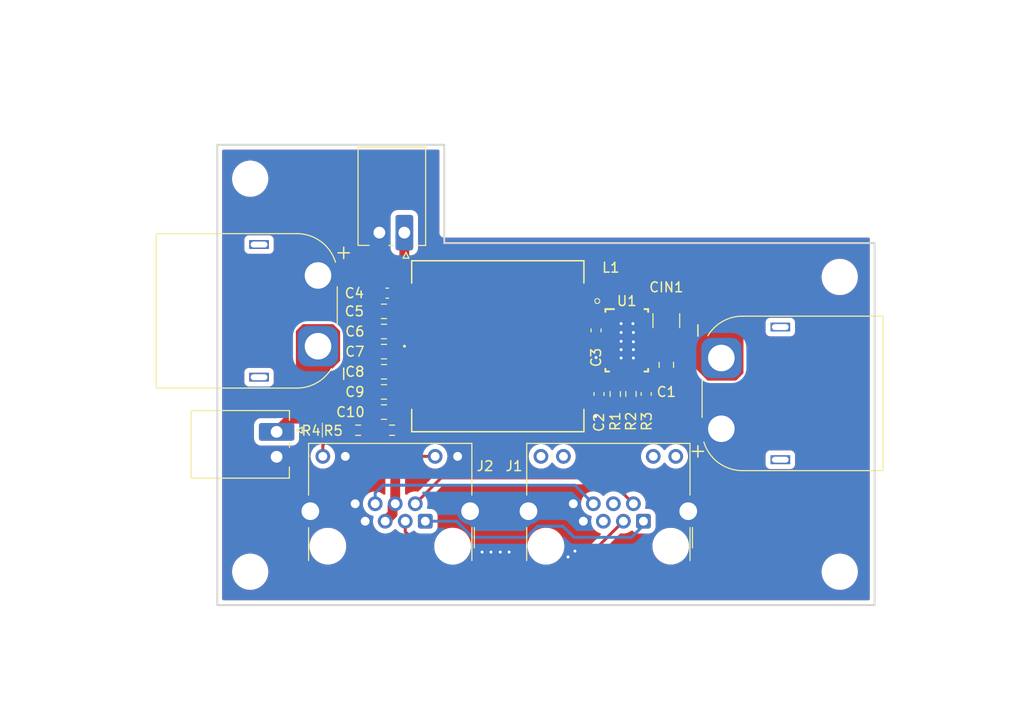
<source format=kicad_pcb>
(kicad_pcb (version 20240108) (generator "pcbnew") (generator_version "8.0")
  (layers (0 "F.Cu" signal) (31 "B.Cu" signal) (34 "B.Paste" user) (35 "F.Paste" user) (36 "B.SilkS" user "B.Silkscreen") (37 "F.SilkS" user "F.Silkscreen") (38 "B.Mask" user) (39 "F.Mask" user) (44 "Edge.Cuts" user))
  (net 0 "")
  (net 1 "GND")
  (net 2 "/VARM")
  (net 3 "Net-(U1-VCC)")
  (net 4 "Net-(C3-Pad2)")
  (net 5 "Net-(U1-CBOOT)")
  (net 6 "/24V")
  (net 8 "Net-(J1-Pad6)")
  (net 9 "Net-(J1-Pad1)")
  (net 12 "Net-(J1-Pad3)")
  (net 14 "Net-(J1-Pad2)")
  (net 17 "Net-(U1-RT)")
  (net 18 "Net-(J2-Pad12)")
  (net 19 "Net-(J2-Pad10)")
  (net 24 "Net-(U1-FB)")
  (footprint "Capacitor_SMD:C_0805_2012Metric_Pad1.18x1.45mm_HandSolder" (layer "F.Cu") (at 112.75 71.05 -90)
    (property "Reference" "C1" (at 2.75 0 180) (layer "F.SilkS"))
    (property "Value" "470n")
    (fp_line (start -0.261252 0.735) (end 0.261252 0.735) (stroke (width 0.12)) (layer "F.SilkS"))
    (fp_line (start -0.261252 -0.735) (end 0.261252 -0.735) (stroke (width 0.12)) (layer "F.SilkS"))
    (pad "1" smd roundrect (at -1.0375 0 270) (size 1.175 1.45) (layers "F.Cu" "F.Paste" "F.Mask") (roundrect_rratio 0.212766) (net 2 "/VARM"))
    (pad "2" smd roundrect (at 1.0375 0 270) (size 1.175 1.45) (layers "F.Cu" "F.Paste" "F.Mask") (roundrect_rratio 0.212766) (net 1 "GND"))
  )
  (footprint "MountingHole:MountingHole_3.2mm_M3" (layer "F.Cu") (at 70.4 92.1)
    (property "Reference" "H2" (hide yes))
    (property "Value" "MountingHole")
    (pad "" np_thru_hole circle (at 0 0) (size 3.2 3.2) (drill 3.2) (layers "*.Cu" "*.Mask"))
  )
  (footprint "Capacitor_SMD:C_0603_1608Metric_Pad1.08x0.95mm_HandSolder" (layer "F.Cu") (at 105.9 74.0125 90)
    (property "Reference" "C2" (at -2.8875 0 90) (layer "F.SilkS"))
    (property "Value" "2.2u")
    (fp_line (start -0.146267 -0.51) (end 0.146267 -0.51) (stroke (width 0.12)) (layer "F.SilkS"))
    (fp_line (start -0.146267 0.51) (end 0.146267 0.51) (stroke (width 0.12)) (layer "F.SilkS"))
    (pad "1" smd roundrect (at -0.8625 0 90) (size 1.075 0.95) (layers "F.Cu" "F.Paste" "F.Mask") (net 1 "GND"))
    (pad "2" smd roundrect (at 0.8625 0 90) (size 1.075 0.95) (layers "F.Cu" "F.Paste" "F.Mask") (net 3 "Net-(U1-VCC)"))
  )
  (footprint "Capacitor_SMD:C_0805_2012Metric_Pad1.18x1.45mm_HandSolder" (layer "F.Cu") (at 84.0125 75.85)
    (property "Reference" "C10" (at -3.4125 0 0) (layer "F.SilkS"))
    (property "Value" "22u")
    (fp_line (start -0.261252 -0.735) (end 0.261252 -0.735) (stroke (width 0.12)) (layer "F.SilkS"))
    (fp_line (start -0.261252 0.735) (end 0.261252 0.735) (stroke (width 0.12)) (layer "F.SilkS"))
    (pad "1" smd roundrect (at -1.0375 0) (size 1.175 1.45) (layers "F.Cu" "F.Paste" "F.Mask") (roundrect_rratio 0.212766) (net 1 "GND"))
    (pad "2" smd roundrect (at 1.0375 0) (size 1.175 1.45) (layers "F.Cu" "F.Paste" "F.Mask") (roundrect_rratio 0.212766) (net 6 "/24V"))
  )
  (footprint "Resistor_SMD:R_0603_1608Metric_Pad0.98x0.95mm_HandSolder" (layer "F.Cu") (at 107.55 74.0125 -90)
    (property "Reference" "R1" (at 2.7875 0 90) (layer "F.SilkS"))
    (property "Value" "96.7")
    (fp_line (start -0.254724 0.5225) (end 0.254724 0.5225) (stroke (width 0.12)) (layer "F.SilkS"))
    (fp_line (start -0.254724 -0.5225) (end 0.254724 -0.5225) (stroke (width 0.12)) (layer "F.SilkS"))
    (pad "1" smd roundrect (at -0.9125 0 270) (size 0.975 0.95) (layers "F.Cu" "F.Paste" "F.Mask") (net 17 "Net-(U1-RT)"))
    (pad "2" smd roundrect (at 0.9125 0 270) (size 0.975 0.95) (layers "F.Cu" "F.Paste" "F.Mask") (net 1 "GND"))
  )
  (footprint "Connector_RJ:RJ45_Connfly_DS1128-09-S8xx-S_Horizontal" (layer "F.Cu") (at 88.22 86.96 180)
    (property "Reference" "J2" (at -6.08 5.61 0) (layer "F.SilkS"))
    (property "Value" "RJ45_LED_Shielded")
    (fp_line (start 11.88 7.92) (end -4.74 7.92) (stroke (width 0.12)) (layer "F.SilkS"))
    (fp_line (start 11.88 2.66) (end 11.88 7.92) (stroke (width 0.12)) (layer "F.SilkS"))
    (fp_line (start 11.88 -4) (end 11.88 -0.65) (stroke (width 0.12)) (layer "F.SilkS"))
    (fp_line (start -4.74 7.92) (end -4.74 2.66) (stroke (width 0.12)) (layer "F.SilkS"))
    (fp_line (start -4.74 -0.64) (end -4.74 -4) (stroke (width 0.12)) (layer "F.SilkS"))
    (fp_line (start -4.99 -0.64) (end -4.99 -2.71) (stroke (width 0.12)) (layer "F.SilkS"))
    (pad "" np_thru_hole circle (at -2.78 -2.54) (size 3.25 3.25) (drill 3.25) (layers "F&B.Cu" "*.Mask"))
    (pad "" np_thru_hole circle (at 9.92 -2.54) (size 3.25 3.25) (drill 3.25) (layers "F&B.Cu" "*.Mask"))
    (pad "1" thru_hole roundrect (at 0 0) (size 1.5 1.5) (drill 0.9) (layers "*.Cu" "*.Mask") (roundrect_rratio 0.1666666667) (net 9 "Net-(J1-Pad1)"))
    (pad "2" thru_hole circle (at 1.02 1.78) (size 1.5 1.5) (drill 0.9) (layers "*.Cu" "*.Mask") (net 14 "Net-(J1-Pad2)"))
    (pad "3" thru_hole circle (at 2.04 0) (size 1.5 1.5) (drill 0.9) (layers "*.Cu" "*.Mask") (net 12 "Net-(J1-Pad3)"))
    (pad "4" thru_hole circle (at 3.06 1.78) (size 1.5 1.5) (drill 0.9) (layers "*.Cu" "*.Mask") (net 6 "/24V"))
    (pad "5" thru_hole circle (at 4.08 0) (size 1.5 1.5) (drill 0.9) (layers "*.Cu" "*.Mask") (net 6 "/24V"))
    (pad "6" thru_hole circle (at 5.1 1.78) (size 1.5 1.5) (drill 0.9) (layers "*.Cu" "*.Mask") (net 8 "Net-(J1-Pad6)"))
    (pad "7" thru_hole circle (at 6.12 0) (size 1.5 1.5) (drill 0.9) (layers "*.Cu" "*.Mask") (net 1 "GND"))
    (pad "8" thru_hole circle (at 7.14 1.78) (size 1.5 1.5) (drill 0.9) (layers "*.Cu" "*.Mask") (net 1 "GND"))
    (pad "9" thru_hole circle (at -3.29 6.6) (size 1.5 1.5) (drill 0.9) (layers "*.Cu" "*.Mask") (net 1 "GND"))
    (pad "10" thru_hole circle (at -1 6.6) (size 1.5 1.5) (drill 0.9) (layers "*.Cu" "*.Mask") (net 19 "Net-(J2-Pad10)"))
    (pad "11" thru_hole circle (at 8.14 6.6) (size 1.5 1.5) (drill 0.9) (layers "*.Cu" "*.Mask") (net 1 "GND"))
    (pad "12" thru_hole circle (at 10.43 6.6) (size 1.5 1.5) (drill 0.9) (layers "*.Cu" "*.Mask") (net 18 "Net-(J2-Pad12)"))
    (pad "SH" thru_hole circle (at -4.56 1.02) (size 2.7 2.7) (drill 1.8) (layers "*.Cu" "*.Mask") (net 1 "GND"))
    (pad "SH" thru_hole circle (at 11.7 1.02) (size 2.7 2.7) (drill 1.8) (layers "*.Cu" "*.Mask") (net 1 "GND"))
  )
  (footprint "Resistor_SMD:R_0603_1608Metric_Pad0.98x0.95mm_HandSolder" (layer "F.Cu") (at 84.8375 77.7 180)
    (property "Reference" "R5" (at 5.9875 -0.05 0) (layer "F.SilkS"))
    (property "Value" "10k")
    (fp_line (start -0.254724 0.5225) (end 0.254724 0.5225) (stroke (width 0.12)) (layer "F.SilkS"))
    (fp_line (start -0.254724 -0.5225) (end 0.254724 -0.5225) (stroke (width 0.12)) (layer "F.SilkS"))
    (pad "1" smd roundrect (at -0.9125 0 180) (size 0.975 0.95) (layers "F.Cu" "F.Paste" "F.Mask") (net 19 "Net-(J2-Pad10)"))
    (pad "2" smd roundrect (at 0.9125 0 180) (size 0.975 0.95) (layers "F.Cu" "F.Paste" "F.Mask") (net 6 "/24V"))
  )
  (footprint "SJSU_common:Pluggable_Terminal_2.54mm_2P_Horizontal" (layer "F.Cu") (at 84.255 62.8875 180)
    (property "Reference" "J4" (hide yes))
    (property "Value" "Conn_01x02_Pin")
    (fp_line (start 2.88 14) (end 2.88 4) (stroke (width 0.12)) (layer "F.SilkS"))
    (fp_line (start 2.88 4) (end 1.75 4) (stroke (width 0.12)) (layer "F.SilkS"))
    (fp_line (start -0.745 3.99) (end -0.255 3.99) (stroke (width 0.12)) (layer "F.SilkS"))
    (fp_line (start -1.7 2.7) (end -2 3.3) (stroke (width 0.12)) (layer "F.SilkS"))
    (fp_line (start -2 3.3) (end -2.3 2.7) (stroke (width 0.12)) (layer "F.SilkS"))
    (fp_line (start -2.3 2.7) (end -1.7 2.7) (stroke (width 0.12)) (layer "F.SilkS"))
    (fp_line (start -4 14) (end 2.88 14) (stroke (width 0.12)) (layer "F.SilkS"))
    (fp_line (start -4 4) (end -4 14) (stroke (width 0.12)) (layer "F.SilkS"))
    (fp_line (start -4 3.99) (end -3 3.99) (stroke (width 0.12)) (layer "F.SilkS"))
    (pad "1" thru_hole roundrect (at -1.83 5.3 180) (size 1.8 3.6) (drill 1.2) (layers "*.Cu" "*.Mask") (roundrect_rratio 0.138889) (net 6 "/24V"))
    (pad "2" thru_hole oval (at 0.71 5.3 180) (size 1.8 3.6) (drill 1.2) (layers "*.Cu" "*.Mask") (net 1 "GND"))
  )
  (footprint "Capacitor_SMD:C_0805_2012Metric_Pad1.18x1.45mm_HandSolder" (layer "F.Cu") (at 84.0125 67.65)
    (property "Reference" "C6" (at -2.9625 0 0) (layer "F.SilkS"))
    (property "Value" "22u")
    (fp_line (start -0.261252 -0.735) (end 0.261252 -0.735) (stroke (width 0.12)) (layer "F.SilkS"))
    (fp_line (start -0.261252 0.735) (end 0.261252 0.735) (stroke (width 0.12)) (layer "F.SilkS"))
    (pad "1" smd roundrect (at -1.0375 0) (size 1.175 1.45) (layers "F.Cu" "F.Paste" "F.Mask") (roundrect_rratio 0.212766) (net 1 "GND"))
    (pad "2" smd roundrect (at 1.0375 0) (size 1.175 1.45) (layers "F.Cu" "F.Paste" "F.Mask") (roundrect_rratio 0.212766) (net 6 "/24V"))
  )
  (footprint "SJSU_common:Pluggable_Terminal_2.54mm_2P_Horizontal" (layer "F.Cu") (at 78.3875 79.695 -90)
    (property "Reference" "J3" (hide yes))
    (property "Value" "Conn_01x02_Pin")
    (fp_line (start -4 14) (end 2.88 14) (stroke (width 0.12)) (layer "F.SilkS"))
    (fp_line (start 2.88 14) (end 2.88 4) (stroke (width 0.12)) (layer "F.SilkS"))
    (fp_line (start -4 4) (end -4 14) (stroke (width 0.12)) (layer "F.SilkS"))
    (fp_line (start 2.88 4) (end 1.75 4) (stroke (width 0.12)) (layer "F.SilkS"))
    (fp_line (start -4 3.99) (end -3 3.99) (stroke (width 0.12)) (layer "F.SilkS"))
    (fp_line (start -0.745 3.99) (end -0.255 3.99) (stroke (width 0.12)) (layer "F.SilkS"))
    (fp_line (start -2 3.3) (end -2.3 2.7) (stroke (width 0.12)) (layer "F.SilkS"))
    (fp_line (start -2.3 2.7) (end -1.7 2.7) (stroke (width 0.12)) (layer "F.SilkS"))
    (fp_line (start -1.7 2.7) (end -2 3.3) (stroke (width 0.12)) (layer "F.SilkS"))
    (pad "1" thru_hole roundrect (at -1.83 5.3 270) (size 1.8 3.6) (drill 1.2) (layers "*.Cu" "*.Mask") (roundrect_rratio 0.138889) (net 6 "/24V"))
    (pad "2" thru_hole oval (at 0.71 5.3 270) (size 1.8 3.6) (drill 1.2) (layers "*.Cu" "*.Mask") (net 1 "GND"))
  )
  (footprint "Capacitor_SMD:C_0603_1608Metric" (layer "F.Cu") (at 84.35 63.75)
    (property "Reference" "C4" (at -3.35 0 0) (layer "F.SilkS"))
    (property "Value" "470n")
    (fp_line (start -0.14058 -0.51) (end 0.14058 -0.51) (stroke (width 0.12)) (layer "F.SilkS"))
    (fp_line (start -0.14058 0.51) (end 0.14058 0.51) (stroke (width 0.12)) (layer "F.SilkS"))
    (pad "1" smd roundrect (at -0.775 0) (size 0.9 0.95) (layers "F.Cu" "F.Paste" "F.Mask") (net 1 "GND"))
    (pad "2" smd roundrect (at 0.775 0) (size 0.9 0.95) (layers "F.Cu" "F.Paste" "F.Mask") (net 6 "/24V"))
  )
  (footprint "inducfootprints:IND_IHLP-6767DZ_VIS" (layer "F.Cu") (at 95.6 69.15)
    (property "Reference" "L1" (at 11.5 -8 0) (layer "F.SilkS"))
    (property "Value" "47u")
    (fp_line (start -8.763 -8.6995) (end -8.763 -6.42874) (stroke (width 0.1524)) (layer "F.SilkS"))
    (fp_line (start -8.763 6.42874) (end -8.763 8.6995) (stroke (width 0.1524)) (layer "F.SilkS"))
    (fp_line (start -8.763 8.6995) (end 8.763 8.6995) (stroke (width 0.1524)) (layer "F.SilkS"))
    (fp_line (start 8.763 -8.6995) (end -8.763 -8.6995) (stroke (width 0.1524)) (layer "F.SilkS"))
    (fp_line (start 8.763 -6.42874) (end 8.763 -8.6995) (stroke (width 0.1524)) (layer "F.SilkS"))
    (fp_line (start 8.763 8.6995) (end 8.763 6.42874) (stroke (width 0.1524)) (layer "F.SilkS"))
    (fp_circle (center -9.5 0) (end -9.4238 0) (stroke (width 0.1524)) (fill none) (layer "F.SilkS"))
    (pad "1" smd rect (at -7.2771 0 90) (size 12.192 3.0226) (layers "F.Cu" "F.Paste" "F.Mask") (net 6 "/24V"))
    (pad "2" smd rect (at 7.2771 0 90) (size 12.192 3.0226) (layers "F.Cu" "F.Paste" "F.Mask") (net 4 "Net-(C3-Pad2)"))
    (zone (net 0) (net_name "") (layer "F.Cu") (connect_pads (clearance 0)) (min_thickness 0.254)
      (keepout (tracks not_allowed) (vias not_allowed) (pads allowed) (copperpour not_allowed) (footprints allowed))
      (fill (thermal_gap 0.508) (thermal_bridge_width 0.508))
      (polygon (pts (xy 87.0148 60.6283) (xy 104.1852 60.6283) (xy 104.1852 63.0032) (xy 87.0148 63.0032)))
    )
    (zone (net 0) (net_name "") (layer "F.Cu") (connect_pads (clearance 0)) (min_thickness 0.254)
      (keepout (tracks not_allowed) (vias not_allowed) (pads allowed) (copperpour not_allowed) (footprints allowed))
      (fill (thermal_gap 0.508) (thermal_bridge_width 0.508))
      (polygon (pts (xy 87.0148 75.2968) (xy 104.1852 75.2968) (xy 104.1852 77.6717) (xy 87.0148 77.6717)))
    )
    (zone (net 0) (net_name "") (layer "F.Cu") (connect_pads (clearance 0)) (min_thickness 0.254)
      (keepout (tracks not_allowed) (vias not_allowed) (pads allowed) (copperpour not_allowed) (footprints allowed))
      (fill (thermal_gap 0.508) (thermal_bridge_width 0.508))
      (polygon (pts (xy 89.885 63.0032) (xy 101.315 63.0032) (xy 101.315 75.2968) (xy 89.885 75.2968)))
    )
  )
  (footprint "Resistor_SMD:R_0603_1608Metric_Pad0.98x0.95mm_HandSolder" (layer "F.Cu") (at 81.3875 77.7 180)
    (property "Reference" "R4" (at 4.7875 -0.05 0) (layer "F.SilkS"))
    (property "Value" "10k")
    (fp_line (start -0.254724 0.5225) (end 0.254724 0.5225) (stroke (width 0.12)) (layer "F.SilkS"))
    (fp_line (start -0.254724 -0.5225) (end 0.254724 -0.5225) (stroke (width 0.12)) (layer "F.SilkS"))
    (pad "1" smd roundrect (at -0.9125 0 180) (size 0.975 0.95) (layers "F.Cu" "F.Paste" "F.Mask") (net 6 "/24V"))
    (pad "2" smd roundrect (at 0.9125 0 180) (size 0.975 0.95) (layers "F.Cu" "F.Paste" "F.Mask") (net 18 "Net-(J2-Pad12)"))
  )
  (footprint "Capacitor_SMD:C_0805_2012Metric_Pad1.18x1.45mm_HandSolder" (layer "F.Cu") (at 84.0125 71.75)
    (property "Reference" "C8" (at -2.9625 0 0) (layer "F.SilkS"))
    (property "Value" "22u")
    (fp_line (start -0.261252 -0.735) (end 0.261252 -0.735) (stroke (width 0.12)) (layer "F.SilkS"))
    (fp_line (start -0.261252 0.735) (end 0.261252 0.735) (stroke (width 0.12)) (layer "F.SilkS"))
    (pad "1" smd roundrect (at -1.0375 0) (size 1.175 1.45) (layers "F.Cu" "F.Paste" "F.Mask") (roundrect_rratio 0.212766) (net 1 "GND"))
    (pad "2" smd roundrect (at 1.0375 0) (size 1.175 1.45) (layers "F.Cu" "F.Paste" "F.Mask") (roundrect_rratio 0.212766) (net 6 "/24V"))
  )
  (footprint "footprints:RNP0030A" (layer "F.Cu") (at 108.7246 68.55)
    (property "Reference" "U1" (at 0 -4 0) (layer "F.SilkS"))
    (property "Value" "LM76005RNPR")
    (fp_line (start -2.174999 -3.175) (end -1.3 -3.175) (stroke (width 0.2)) (layer "F.SilkS"))
    (fp_line (start -2.174999 -2.899999) (end -2.174999 -3.175) (stroke (width 0.2)) (layer "F.SilkS"))
    (fp_line (start -2.174999 3.175) (end -2.174999 2.899999) (stroke (width 0.2)) (layer "F.SilkS"))
    (fp_line (start -2.174999 3.175) (end -1.799999 3.175) (stroke (width 0.2)) (layer "F.SilkS"))
    (fp_line (start 1.799999 -3.175) (end 2.174999 -3.175) (stroke (width 0.2)) (layer "F.SilkS"))
    (fp_line (start 1.799999 3.175) (end 2.174999 3.175) (stroke (width 0.2)) (layer "F.SilkS"))
    (fp_line (start 2.174999 -2.899999) (end 2.174999 -3.175) (stroke (width 0.2)) (layer "F.SilkS"))
    (fp_line (start 2.174999 3.175) (end 2.174999 2.899999) (stroke (width 0.2)) (layer "F.SilkS"))
    (fp_circle (center -3 -4) (end -2.75 -4) (stroke (width 0.1)) (fill none) (layer "F.SilkS"))
    (pad "1" smd rect (at -1.825 -2.5 90) (size 0.249999 0.750001) (layers "F.Cu" "F.Paste" "F.Mask") (net 4 "Net-(C3-Pad2)"))
    (pad "2" smd rect (at -1.825 -2.000001 90) (size 0.249999 0.750001) (layers "F.Cu" "F.Paste" "F.Mask") (net 4 "Net-(C3-Pad2)"))
    (pad "3" smd rect (at -1.825 -1.5 90) (size 0.249999 0.750001) (layers "F.Cu" "F.Paste" "F.Mask") (net 4 "Net-(C3-Pad2)"))
    (pad "4" smd rect (at -1.825 -1.000001 90) (size 0.249999 0.750001) (layers "F.Cu" "F.Paste" "F.Mask") (net 4 "Net-(C3-Pad2)"))
    (pad "5" smd rect (at -1.825 -0.499999 90) (size 0.249999 0.750001) (layers "F.Cu" "F.Paste" "F.Mask") (net 4 "Net-(C3-Pad2)"))
    (pad "6" smd rect (at -1.825 0 90) (size 0.249999 0.750001) (layers "F.Cu" "F.Paste" "F.Mask") (net 5 "Net-(U1-CBOOT)"))
    (pad "7" smd rect (at -1.825 0.499999 90) (size 0.249999 0.750001) (layers "F.Cu" "F.Paste" "F.Mask"))
    (pad "8" smd rect (at -1.825 1.000001 90) (size 0.249999 0.750001) (layers "F.Cu" "F.Paste" "F.Mask") (net 3 "Net-(U1-VCC)"))
    (pad "9" smd rect (at -1.825 1.5 90) (size 0.249999 0.750001) (layers "F.Cu" "F.Paste" "F.Mask") (net 1 "GND"))
    (pad "10" smd rect (at -1.825 2.000001 90) (size 0.249999 0.750001) (layers "F.Cu" "F.Paste" "F.Mask") (net 17 "Net-(U1-RT)"))
    (pad "11" smd rect (at -1.825 2.5 90) (size 0.249999 0.750001) (layers "F.Cu" "F.Paste" "F.Mask"))
    (pad "12" smd rect (at -0.750001 2.899999) (size 0.249999 0.599999) (layers "F.Cu" "F.Paste" "F.Mask") (net 24 "Net-(U1-FB)"))
    (pad "13" smd rect (at -0.250002 2.899999) (size 0.249999 0.599999) (layers "F.Cu" "F.Paste" "F.Mask") (net 1 "GND"))
    (pad "14" smd rect (at 0.25 2.899999) (size 0.249999 0.599999) (layers "F.Cu" "F.Paste" "F.Mask") (net 1 "GND"))
    (pad "15" smd rect (at 0.749998 2.899999) (size 0.249999 0.599999) (layers "F.Cu" "F.Paste" "F.Mask") (net 1 "GND"))
    (pad "16" smd rect (at 1.825 2.5 90) (size 0.249999 0.750001) (layers "F.Cu" "F.Paste" "F.Mask"))
    (pad "17" smd rect (at 1.825 2.000001 90) (size 0.249999 0.750001) (layers "F.Cu" "F.Paste" "F.Mask") (net 1 "GND"))
    (pad "18" smd rect (at 1.825 1.5 90) (size 0.249999 0.750001) (layers "F.Cu" "F.Paste" "F.Mask") (net 2 "/VARM"))
    (pad "19" smd rect (at 1.825 1.000001 90) (size 0.249999 0.750001) (layers "F.Cu" "F.Paste" "F.Mask"))
    (pad "20" smd rect (at 1.825 0.499999 90) (size 0.249999 0.750001) (layers "F.Cu" "F.Paste" "F.Mask") (net 2 "/VARM"))
    (pad "21" smd rect (at 1.825 0 90) (size 0.249999 0.750001) (layers "F.Cu" "F.Paste" "F.Mask") (net 2 "/VARM"))
    (pad "22" smd rect (at 1.825 -0.499999 90) (size 0.249999 0.750001) (layers "F.Cu" "F.Paste" "F.Mask") (net 2 "/VARM"))
    (pad "23" smd rect (at 1.825 -1.000001 90) (size 0.249999 0.750001) (layers "F.Cu" "F.Paste" "F.Mask"))
    (pad "24" smd rect (at 1.825 -1.5 90) (size 0.249999 0.750001) (layers "F.Cu" "F.Paste" "F.Mask") (net 1 "GND"))
    (pad "25" smd rect (at 1.825 -2.000001 90) (size 0.249999 0.750001) (layers "F.Cu" "F.Paste" "F.Mask") (net 1 "GND"))
    (pad "26" smd rect (at 1.825 -2.5 90) (size 0.249999 0.750001) (layers "F.Cu" "F.Paste" "F.Mask") (net 1 "GND"))
    (pad "27" smd rect (at 0.749998 -2.899999) (size 0.249999 0.599999) (layers "F.Cu" "F.Paste" "F.Mask"))
    (pad "28" smd rect (at 0.25 -2.899999) (size 0.249999 0.599999) (layers "F.Cu" "F.Paste" "F.Mask"))
    (pad "29" smd rect (at -0.250002 -2.899999) (size 0.249999 0.599999) (layers "F.Cu" "F.Paste" "F.Mask"))
    (pad "30" smd rect (at -0.750001 -2.899999) (size 0.249999 0.599999) (layers "F.Cu" "F.Paste" "F.Mask"))
    (pad "31" smd rect (at 0.0254 0) (size 2.200001 4.600001) (layers "F.Cu" "F.Mask") (net 1 "GND"))
  )
  (footprint "Capacitor_SMD:C_0603_1608Metric_Pad1.08x0.95mm_HandSolder" (layer "F.Cu") (at 110.7 74.0125 -90)
    (property "Reference" "R3" (at 2.7875 -0.05 90) (layer "F.SilkS"))
    (property "Value" "4.32k")
    (fp_line (start -0.146267 0.51) (end 0.146267 0.51) (stroke (width 0.12)) (layer "F.SilkS"))
    (fp_line (start -0.146267 -0.51) (end 0.146267 -0.51) (stroke (width 0.12)) (layer "F.SilkS"))
    (pad "1" smd roundrect (at -0.8625 0 270) (size 1.075 0.95) (layers "F.Cu" "F.Paste" "F.Mask") (net 24 "Net-(U1-FB)"))
    (pad "2" smd roundrect (at 0.8625 0 270) (size 1.075 0.95) (layers "F.Cu" "F.Paste" "F.Mask") (net 1 "GND"))
  )
  (footprint "Capacitor_SMD:C_0805_2012Metric_Pad1.18x1.45mm_HandSolder" (layer "F.Cu") (at 84.0125 69.7)
    (property "Reference" "C7" (at -2.9625 0 0) (layer "F.SilkS"))
    (property "Value" "22u")
    (fp_line (start -0.261252 -0.735) (end 0.261252 -0.735) (stroke (width 0.12)) (layer "F.SilkS"))
    (fp_line (start -0.261252 0.735) (end 0.261252 0.735) (stroke (width 0.12)) (layer "F.SilkS"))
    (pad "1" smd roundrect (at -1.0375 0) (size 1.175 1.45) (layers "F.Cu" "F.Paste" "F.Mask") (roundrect_rratio 0.212766) (net 1 "GND"))
    (pad "2" smd roundrect (at 1.0375 0) (size 1.175 1.45) (layers "F.Cu" "F.Paste" "F.Mask") (roundrect_rratio 0.212766) (net 6 "/24V"))
  )
  (footprint "Connector_AMASS:AMASS_XT60PW-M_1x02_P7.20mm_Horizontal" (layer "F.Cu") (at 77.3 69.15 90)
    (property "Reference" "J5" (hide yes))
    (property "Value" "Conn_01x02_Pin")
    (fp_line (start 11.46 -16.46) (end 11.46 -2.15) (stroke (width 0.12)) (layer "F.SilkS"))
    (fp_line (start -4.26 -16.46) (end 11.46 -16.46) (stroke (width 0.12)) (layer "F.SilkS"))
    (fp_line (start -4.26 -16.46) (end -4.26 -2.15) (stroke (width 0.12)) (layer "F.SilkS"))
    (fp_line (start 2.31 1.96) (end 6.05 1.96) (stroke (width 0.12)) (layer "F.SilkS"))
    (fp_arc (start 11.46 -2.15) (mid 10.653852 0.294722) (end 8.551648 1.780413) (stroke (width 0.12)) (layer "F.SilkS"))
    (fp_arc (start -2.266806 1.372958) (mid -3.727162 -0.126139) (end -4.26 -2.15) (stroke (width 0.12)) (layer "F.SilkS"))
    (fp_text user "-" (at -2.8 2.5 90) (layer "F.SilkS") (effects (font (size 1.5 1.5))))
    (fp_text user "+" (at 9.5 2.5 90) (layer "F.SilkS") (effects (font (size 1.5 1.5))))
    (pad "" thru_hole rect (at -3.15 -6 90) (size 0.9 2) (drill oval 0.6 1.7) (layers "*.Cu" "*.Mask"))
    (pad "" thru_hole rect (at 10.35 -6 90) (size 0.9 2) (drill oval 0.6 1.7) (layers "*.Cu" "*.Mask"))
    (pad "1" thru_hole roundrect (at 0 0 90) (size 4.1 4.1) (drill 2.7) (layers "*.Cu" "*.Mask") (net 6 "/24V"))
    (pad "2" thru_hole circle (at 7.2 0 90) (size 4.1 4.1) (drill 2.7) (layers "*.Cu" "*.Mask") (net 1 "GND"))
  )
  (footprint "Capacitor_SMD:C_0805_2012Metric_Pad1.18x1.45mm_HandSolder" (layer "F.Cu") (at 84.0125 73.8)
    (property "Reference" "C9" (at -2.9625 0 0) (layer "F.SilkS"))
    (property "Value" "22u")
    (fp_line (start -0.261252 -0.735) (end 0.261252 -0.735) (stroke (width 0.12)) (layer "F.SilkS"))
    (fp_line (start -0.261252 0.735) (end 0.261252 0.735) (stroke (width 0.12)) (layer "F.SilkS"))
    (pad "1" smd roundrect (at -1.0375 0) (size 1.175 1.45) (layers "F.Cu" "F.Paste" "F.Mask") (roundrect_rratio 0.212766) (net 1 "GND"))
    (pad "2" smd roundrect (at 1.0375 0) (size 1.175 1.45) (layers "F.Cu" "F.Paste" "F.Mask") (roundrect_rratio 0.212766) (net 6 "/24V"))
  )
  (footprint "Connector_AMASS:AMASS_XT60PW-M_1x02_P7.20mm_Horizontal" (layer "F.Cu") (at 118.35 70.35 -90)
    (property "Reference" "J6" (hide yes))
    (property "Value" "Conn_01x02_Pin")
    (fp_line (start 2.31 1.96) (end 6.05 1.96) (stroke (width 0.12)) (layer "F.SilkS"))
    (fp_line (start -4.26 -16.46) (end -4.26 -2.15) (stroke (width 0.12)) (layer "F.SilkS"))
    (fp_line (start -4.26 -16.46) (end 11.46 -16.46) (stroke (width 0.12)) (layer "F.SilkS"))
    (fp_line (start 11.46 -16.46) (end 11.46 -2.15) (stroke (width 0.12)) (layer "F.SilkS"))
    (fp_arc (start -2.266806 1.372958) (mid -3.727162 -0.126139) (end -4.26 -2.15) (stroke (width 0.12)) (layer "F.SilkS"))
    (fp_arc (start 11.46 -2.15) (mid 10.653852 0.294722) (end 8.551648 1.780413) (stroke (width 0.12)) (layer "F.SilkS"))
    (fp_text user "+" (at 9.5 2.5 90) (layer "F.SilkS") (effects (font (size 1.5 1.5))))
    (fp_text user "-" (at -2.8 2.5 90) (layer "F.SilkS") (effects (font (size 1.5 1.5))))
    (pad "" thru_hole rect (at -3.15 -6 270) (size 0.9 2) (drill oval 0.6 1.7) (layers "*.Cu" "*.Mask"))
    (pad "" thru_hole rect (at 10.35 -6 270) (size 0.9 2) (drill oval 0.6 1.7) (layers "*.Cu" "*.Mask"))
    (pad "1" thru_hole roundrect (at 0 0 270) (size 4.1 4.1) (drill 2.7) (layers "*.Cu" "*.Mask") (net 2 "/VARM"))
    (pad "2" thru_hole circle (at 7.2 0 270) (size 4.1 4.1) (drill 2.7) (layers "*.Cu" "*.Mask") (net 1 "GND"))
  )
  (footprint "Connector_RJ:RJ45_Connfly_DS1128-09-S8xx-S_Horizontal" (layer "F.Cu") (at 110.42 86.96 180)
    (property "Reference" "J1" (at 13.17 5.61 180) (layer "F.SilkS"))
    (property "Value" "RJ45_LED_Shielded")
    (fp_line (start 11.88 7.92) (end -4.74 7.92) (stroke (width 0.12)) (layer "F.SilkS"))
    (fp_line (start 11.88 2.66) (end 11.88 7.92) (stroke (width 0.12)) (layer "F.SilkS"))
    (fp_line (start 11.88 -4) (end 11.88 -0.65) (stroke (width 0.12)) (layer "F.SilkS"))
    (fp_line (start -4.74 7.92) (end -4.74 2.66) (stroke (width 0.12)) (layer "F.SilkS"))
    (fp_line (start -4.74 -0.64) (end -4.74 -4) (stroke (width 0.12)) (layer "F.SilkS"))
    (fp_line (start -4.99 -0.64) (end -4.99 -2.71) (stroke (width 0.12)) (layer "F.SilkS"))
    (pad "" np_thru_hole circle (at -2.78 -2.54) (size 3.25 3.25) (drill 3.25) (layers "F&B.Cu" "*.Mask"))
    (pad "" np_thru_hole circle (at 9.92 -2.54) (size 3.25 3.25) (drill 3.25) (layers "F&B.Cu" "*.Mask"))
    (pad "1" thru_hole roundrect (at 0 0) (size 1.5 1.5) (drill 0.9) (layers "*.Cu" "*.Mask") (roundrect_rratio 0.1666666667) (net 9 "Net-(J1-Pad1)"))
    (pad "2" thru_hole circle (at 1.02 1.78) (size 1.5 1.5) (drill 0.9) (layers "*.Cu" "*.Mask") (net 14 "Net-(J1-Pad2)"))
    (pad "3" thru_hole circle (at 2.04 0) (size 1.5 1.5) (drill 0.9) (layers "*.Cu" "*.Mask") (net 12 "Net-(J1-Pad3)"))
    (pad "4" thru_hole circle (at 3.06 1.78) (size 1.5 1.5) (drill 0.9) (layers "*.Cu" "*.Mask"))
    (pad "5" thru_hole circle (at 4.08 0) (size 1.5 1.5) (drill 0.9) (layers "*.Cu" "*.Mask"))
    (pad "6" thru_hole circle (at 5.1 1.78) (size 1.5 1.5) (drill 0.9) (layers "*.Cu" "*.Mask") (net 8 "Net-(J1-Pad6)"))
    (pad "7" thru_hole circle (at 6.12 0) (size 1.5 1.5) (drill 0.9) (layers "*.Cu" "*.Mask") (net 1 "GND"))
    (pad "8" thru_hole circle (at 7.14 1.78) (size 1.5 1.5) (drill 0.9) (layers "*.Cu" "*.Mask") (net 1 "GND"))
    (pad "9" thru_hole circle (at -3.29 6.6) (size 1.5 1.5) (drill 0.9) (layers "*.Cu" "*.Mask"))
    (pad "10" thru_hole circle (at -1 6.6) (size 1.5 1.5) (drill 0.9) (layers "*.Cu" "*.Mask"))
    (pad "11" thru_hole circle (at 8.14 6.6) (size 1.5 1.5) (drill 0.9) (layers "*.Cu" "*.Mask"))
    (pad "12" thru_hole circle (at 10.43 6.6) (size 1.5 1.5) (drill 0.9) (layers "*.Cu" "*.Mask"))
    (pad "SH" thru_hole circle (at -4.56 1.02) (size 2.7 2.7) (drill 1.8) (layers "*.Cu" "*.Mask") (net 1 "GND"))
    (pad "SH" thru_hole circle (at 11.7 1.02) (size 2.7 2.7) (drill 1.8) (layers "*.Cu" "*.Mask") (net 1 "GND"))
  )
  (footprint "Capacitor_SMD:C_0603_1608Metric_Pad1.08x0.95mm_HandSolder" (layer "F.Cu") (at 105.6 67.5375 90)
    (property "Reference" "C3" (at -2.7625 0 90) (layer "F.SilkS"))
    (property "Value" "470n")
    (fp_line (start -0.146267 -0.51) (end 0.146267 -0.51) (stroke (width 0.12)) (layer "F.SilkS"))
    (fp_line (start -0.146267 0.51) (end 0.146267 0.51) (stroke (width 0.12)) (layer "F.SilkS"))
    (pad "1" smd roundrect (at -0.8625 0 90) (size 1.075 0.95) (layers "F.Cu" "F.Paste" "F.Mask") (net 5 "Net-(U1-CBOOT)"))
    (pad "2" smd roundrect (at 0.8625 0 90) (size 1.075 0.95) (layers "F.Cu" "F.Paste" "F.Mask") (net 4 "Net-(C3-Pad2)"))
  )
  (footprint "Capacitor_SMD:C_0805_2012Metric_Pad1.18x1.45mm_HandSolder" (layer "F.Cu") (at 84.0125 65.6)
    (property "Reference" "C5" (at -3.0125 0 0) (layer "F.SilkS"))
    (property "Value" "22u")
    (fp_line (start -0.261252 -0.735) (end 0.261252 -0.735) (stroke (width 0.12)) (layer "F.SilkS"))
    (fp_line (start -0.261252 0.735) (end 0.261252 0.735) (stroke (width 0.12)) (layer "F.SilkS"))
    (pad "1" smd roundrect (at -1.0375 0) (size 1.175 1.45) (layers "F.Cu" "F.Paste" "F.Mask") (roundrect_rratio 0.212766) (net 1 "GND"))
    (pad "2" smd roundrect (at 1.0375 0) (size 1.175 1.45) (layers "F.Cu" "F.Paste" "F.Mask") (roundrect_rratio 0.212766) (net 6 "/24V"))
  )
  (footprint "MountingHole:MountingHole_3.2mm_M3" (layer "F.Cu") (at 130.4 92.1)
    (property "Reference" "H4" (hide yes))
    (property "Value" "MountingHole")
    (pad "" np_thru_hole circle (at 0 0) (size 3.2 3.2) (drill 3.2) (layers "*.Cu" "*.Mask"))
  )
  (footprint "MountingHole:MountingHole_3.2mm_M3" (layer "F.Cu") (at 130.4 62.1)
    (property "Reference" "H3" (hide yes))
    (property "Value" "MountingHole")
    (pad "" np_thru_hole circle (at 0 0) (size 3.2 3.2) (drill 3.2) (layers "*.Cu" "*.Mask"))
  )
  (footprint "Capacitor_SMD:C_1210_3225Metric_Pad1.33x2.70mm_HandSolder" (layer "F.Cu") (at 112.75 66.55 90)
    (property "Reference" "CIN1" (at 3.4 0 180) (layer "F.SilkS"))
    (property "Value" "4.7u")
    (fp_line (start -0.711252 -1.36) (end 0.711252 -1.36) (stroke (width 0.12)) (layer "F.SilkS"))
    (fp_line (start -0.711252 1.36) (end 0.711252 1.36) (stroke (width 0.12)) (layer "F.SilkS"))
    (pad "1" smd roundrect (at -1.5625 0 90) (size 1.325 2.7) (layers "F.Cu" "F.Paste" "F.Mask") (roundrect_rratio 0.188679) (net 2 "/VARM"))
    (pad "2" smd roundrect (at 1.5625 0 90) (size 1.325 2.7) (layers "F.Cu" "F.Paste" "F.Mask") (roundrect_rratio 0.188679) (net 1 "GND"))
  )
  (footprint "MountingHole:MountingHole_3.2mm_M3" (layer "F.Cu") (at 70.4 52.1)
    (property "Reference" "H1" (hide yes))
    (property "Value" "MountingHole")
    (pad "" np_thru_hole circle (at 0 0) (size 3.2 3.2) (drill 3.2) (layers "*.Cu" "*.Mask"))
  )
  (footprint "Resistor_SMD:R_0603_1608Metric_Pad0.98x0.95mm_HandSolder" (layer "F.Cu") (at 109.15 74.0125 90)
    (property "Reference" "R2" (at -2.7875 0 90) (layer "F.SilkS"))
    (property "Value" "100k")
    (fp_line (start -0.254724 -0.5225) (end 0.254724 -0.5225) (stroke (width 0.12)) (layer "F.SilkS"))
    (fp_line (start -0.254724 0.5225) (end 0.254724 0.5225) (stroke (width 0.12)) (layer "F.SilkS"))
    (pad "1" smd roundrect (at -0.9125 0 90) (size 0.975 0.95) (layers "F.Cu" "F.Paste" "F.Mask") (net 6 "/24V"))
    (pad "2" smd roundrect (at 0.9125 0 90) (size 0.975 0.95) (layers "F.Cu" "F.Paste" "F.Mask") (net 24 "Net-(U1-FB)"))
  )
  (gr_poly (pts (xy 90.15 48.65) (xy 90.15 58.65) (xy 133.95 58.65) (xy 133.95 95.5) (xy 67.05 95.5) (xy 67.05 48.65)) (stroke (width 0.2)) (fill none) (layer "Edge.Cuts"))
  (gr_text "|" (at 77.2 78.2 0) (layer "F.SilkS") (effects (font (size 1 1) (thickness 0.1)) (justify left bottom)))
  (segment (start 81.08 85.94) (end 82.1 86.96) (width 0.3) (layer "F.Cu") (net 1))
  (segment (start 111.212501 70.550001) (end 112.75 72.0875) (width 0.3) (layer "F.Cu") (net 1))
  (segment (start 110.5496 70.550001) (end 111.212501 70.550001) (width 0.3) (layer "F.Cu") (net 1))
  (segment (start 105.85 70.05) (end 106.8996 70.05) (width 0.3) (layer "F.Cu") (net 1))
  (segment (start 110.5496 67.05) (end 110.6875 67.05) (width 0.3) (layer "F.Cu") (net 1))
  (segment (start 110.112099 72.0875) (end 112.75 72.0875) (width 0.3) (layer "F.Cu") (net 1))
  (segment (start 110.6875 67.05) (end 112.75 64.9875) (width 0.3) (layer "F.Cu") (net 1))
  (segment (start 109.474598 71.449999) (end 110.112099 72.0875) (width 0.3) (layer "F.Cu") (net 1))
  (segment (start 81.08 85.18) (end 81.08 85.94) (width 0.3) (layer "F.Cu") (net 1))
  (segment (start 105.6 70.3) (end 105.85 70.05) (width 0.3) (layer "F.Cu") (net 1))
  (segment (start 109.612101 72.0875) (end 112.75 72.0875) (width 0.3) (layer "F.Cu") (net 1))
  (segment (start 108.9746 71.449999) (end 109.612101 72.0875) (width 0.3) (layer "F.Cu") (net 1))
  (segment (start 104.3 86.96) (end 103.28 85.94) (width 0.2) (layer "F.Cu") (net 1))
  (segment (start 103.28 85.94) (end 103.28 85.18) (width 0.2) (layer "F.Cu") (net 1))
  (segment (start 108.474598 71.449999) (end 109.474598 71.449999) (width 0.3) (layer "F.Cu") (net 1))
  (via (at 108.15 67.75) (size 0.6) (drill 0.3) (layers "F.Cu" "B.Cu") (net 1))
  (via (at 103.45 90) (size 0.6) (drill 0.3) (layers "F.Cu" "B.Cu") (net 1))
  (via (at 105.55 76.3) (size 0.6) (drill 0.3) (layers "F.Cu" "B.Cu") (net 1))
  (via (at 109.4 70.35) (size 0.6) (drill 0.3) (layers "F.Cu" "B.Cu") (net 1))
  (via (at 94 90.1) (size 0.6) (drill 0.3) (layers "F.Cu" "B.Cu") (net 1))
  (via (at 95.85 90.1) (size 0.6) (drill 0.3) (layers "F.Cu" "B.Cu") (net 1))
  (via (at 109.4 69.5) (size 0.6) (drill 0.3) (layers "F.Cu" "B.Cu") (net 1))
  (via (at 109.4 67.75) (size 0.6) (drill 0.3) (layers "F.Cu" "B.Cu") (net 1))
  (via (at 108.15 70.35) (size 0.6) (drill 0.3) (layers "F.Cu" "B.Cu") (net 1))
  (via (at 94.9 90.1) (size 0.6) (drill 0.3) (layers "F.Cu" "B.Cu") (net 1))
  (via (at 108.15 69.5) (size 0.6) (drill 0.3) (layers "F.Cu" "B.Cu") (net 1))
  (via (at 108.15 68.65) (size 0.6) (drill 0.3) (layers "F.Cu" "B.Cu") (net 1))
  (via (at 102.75 90.6) (size 0.6) (drill 0.3) (layers "F.Cu" "B.Cu") (net 1))
  (via (at 109.35 66.85) (size 0.6) (drill 0.3) (layers "F.Cu" "B.Cu") (net 1))
  (via (at 109.4 68.7) (size 0.6) (drill 0.3) (layers "F.Cu" "B.Cu") (net 1))
  (via (at 96.75 90.1) (size 0.6) (drill 0.3) (layers "F.Cu" "B.Cu") (net 1))
  (via (at 108.15 66.85) (size 0.6) (drill 0.3) (layers "F.Cu" "B.Cu") (net 1))
  (via (at 105.6 70.3) (size 0.6) (drill 0.3) (layers "F.Cu" "B.Cu") (net 1))
  (segment (start 112.75 68.1125) (end 112.3125 68.55) (width 1) (layer "F.Cu") (net 2))
  (segment (start 111.2496 70.05) (end 112.75 68.5496) (width 0.3) (layer "F.Cu") (net 2))
  (segment (start 110.5496 70.05) (end 111.2496 70.05) (width 0.3) (layer "F.Cu") (net 2))
  (segment (start 114.0375 69.4) (end 112.75 68.1125) (width 1) (layer "F.Cu") (net 2))
  (segment (start 112.75 68.5496) (end 112.75 68.1125) (width 0.3) (layer "F.Cu") (net 2))
  (segment (start 112.3125 68.55) (end 110.55 68.55) (width 1) (layer "F.Cu") (net 2))
  (segment (start 112.75 70.0125) (end 112.75 68.1125) (width 1) (layer "F.Cu") (net 2))
  (segment (start 112.7125 70.05) (end 112.75 70.0125) (width 0.3) (layer "F.Cu") (net 2))
  (segment (start 118.35 69.4) (end 113.3625 69.4) (width 1) (layer "F.Cu") (net 2))
  (segment (start 113.3625 69.4) (end 112.75 70.0125) (width 1) (layer "F.Cu") (net 2))
  (segment (start 118.35 69.4) (end 114.0375 69.4) (width 1) (layer "F.Cu") (net 2))
  (segment (start 110.5496 70.05) (end 112.7125 70.05) (width 0.3) (layer "F.Cu") (net 2))
  (segment (start 104.95 72.2) (end 104.95 69.86005) (width 0.3) (layer "F.Cu") (net 3))
  (segment (start 104.95 69.86005) (end 105.260049 69.550001) (width 0.3) (layer "F.Cu") (net 3))
  (segment (start 105.260049 69.550001) (end 106.8996 69.550001) (width 0.3) (layer "F.Cu") (net 3))
  (segment (start 105.9 73.15) (end 104.95 72.2) (width 0.3) (layer "F.Cu") (net 3))
  (segment (start 106.2746 66.675) (end 106.8996 66.05) (width 1) (layer "F.Cu") (net 4))
  (segment (start 105.3521 66.675) (end 105.6 66.675) (width 1) (layer "F.Cu") (net 4))
  (segment (start 105.6 66.675) (end 105.849599 66.675) (width 1) (layer "F.Cu") (net 4))
  (segment (start 105.6 66.675) (end 106.2746 66.675) (width 1) (layer "F.Cu") (net 4))
  (segment (start 106.8996 67.725001) (end 106.8996 66.05) (width 1) (layer "F.Cu") (net 4))
  (segment (start 102.8771 69.15) (end 105.3521 66.675) (width 1) (layer "F.Cu") (net 4))
  (segment (start 105.849599 66.675) (end 106.8996 67.725001) (width 1) (layer "F.Cu") (net 4))
  (segment (start 105.6 68.4) (end 105.775002 68.575002) (width 0.3) (layer "F.Cu") (net 5))
  (segment (start 105.775002 68.575002) (end 106.8996 68.575002) (width 0.3) (layer "F.Cu") (net 5))
  (segment (start 85.05 71.75) (end 85.7229 71.75) (width 1) (layer "F.Cu") (net 6))
  (segment (start 88.3229 67.3229) (end 88.3229 69.15) (width 1) (layer "F.Cu") (net 6))
  (segment (start 85.7229 71.75) (end 88.3229 69.15) (width 1) (layer "F.Cu") (net 6))
  (segment (start 83.925 77.7) (end 83.925 79.875) (width 1) (layer "F.Cu") (net 6))
  (segment (start 85.05 69.7) (end 87.7729 69.7) (width 1) (layer "F.Cu") (net 6))
  (segment (start 85.05 75.85) (end 85.05 64.2) (width 1) (layer "F.Cu") (net 6))
  (segment (start 88.3229 72.5771) (end 85.05 75.85) (width 1) (layer "F.Cu") (net 6))
  (segment (start 77.3 69.15) (end 77.3 72.7) (width 1) (layer "F.Cu") (net 6))
  (segment (start 81.125 76.525) (end 82.3 77.7) (width 1) (layer "F.Cu") (net 6))
  (segment (start 88.3229 69.15) (end 88.1 69.15) (width 1) (layer "F.Cu") (net 6))
  (segment (start 85.35 65.25) (end 85.7 65.6) (width 1) (layer "F.Cu") (net 6))
  (segment (start 86.2 63.75) (end 88.3229 65.8729) (width 1) (layer "F.Cu") (net 6))
  (segment (start 85.16 81.11) (end 85.16 85.18) (width 1) (layer "F.Cu") (net 6))
  (segment (start 85.05 73.8) (end 85.05 72.4229) (width 1) (layer "F.Cu") (net 6))
  (segment (start 88.3229 69.15) (end 88.3229 72.5771) (width 1) (layer "F.Cu") (net 6))
  (segment (start 88.25 65.15) (end 88.075 65.15) (width 1) (layer "F.Cu") (net 6))
  (segment (start 85.05 76.575) (end 83.925 77.7) (width 1) (layer "F.Cu") (net 6))
  (segment (start 82.3 78.25) (end 83.925 79.875) (width 1) (layer "F.Cu") (net 6))
  (segment (start 105.825 78.25) (end 87.380968 78.25) (width 0.3) (layer "F.Cu") (net 6))
  (segment (start 83.925 79.875) (end 85.16 81.11) (width 1) (layer "F.Cu") (net 6))
  (segment (start 77.3 72.7) (end 82.3 77.7) (width 1) (layer "F.Cu") (net 6))
  (segment (start 87.380968 78.25) (end 86.5875 77.456532) (width 0.3) (layer "F.Cu") (net 6))
  (segment (start 85.35 66.1771) (end 88.3229 69.15) (width 1) (layer "F.Cu") (net 6))
  (segment (start 84.14 86.96) (end 84.89 86.21) (width 1) (layer "F.Cu") (net 6))
  (segment (start 88.3229 69.15) (end 88.3229 70.5271) (width 1) (layer "F.Cu") (net 6))
  (segment (start 82.3 77.7) (end 82.3 78.25) (width 1) (layer "F.Cu") (net 6))
  (segment (start 87.7729 69.7) (end 88.3229 69.15) (width 1) (layer "F.Cu") (net 6))
  (segment (start 86.6 65.6) (end 88.3229 67.3229) (width 1) (layer "F.Cu") (net 6))
  (segment (start 86.085 66.9121) (end 88.3229 69.15) (width 1) (layer "F.Cu") (net 6))
  (segment (start 85.7 65.6) (end 86.6 65.6) (width 1) (layer "F.Cu") (net 6))
  (segment (start 87.0729 67.9) (end 88.3229 69.15) (width 1) (layer "F.Cu") (net 6))
  (segment (start 88.3229 70.5271) (end 85.05 73.8) (width 1) (layer "F.Cu") (net 6))
  (segment (start 83.925 77.7) (end 83.1 77.7) (width 1) (layer "F.Cu") (net 6))
  (segment (start 86.5875 77.456532) (end 86.5875 70.8854) (width 0.3) (layer "F.Cu") (net 6))
  (segment (start 109.15 74.925) (end 105.825 78.25) (width 0.3) (layer "F.Cu") (net 6))
  (segment (start 74.4275 76.525) (end 81.125 76.525) (width 1) (layer "F.Cu") (net 6))
  (segment (start 88.25 69.0771) (end 88.25 65.15) (width 1) (layer "F.Cu") (net 6))
  (segment (start 88.1 69.15) (end 85.05 66.1) (width 1) (layer "F.Cu") (net 6))
  (segment (start 83.1 77.7) (end 82.3 77.7) (width 1) (layer "F.Cu") (net 6))
  (segment (start 85.05 75.85) (end 85.05 76.575) (width 1) (layer "F.Cu") (net 6))
  (segment (start 73.0875 77.865) (end 74.4275 76.525) (width 1) (layer "F.Cu") (net 6))
  (segment (start 84.89 85.45) (end 85.16 85.18) (width 1) (layer "F.Cu") (net 6))
  (segment (start 85.05 63.825) (end 85.125 63.75) (width 1) (layer "F.Cu") (net 6))
  (segment (start 88.3229 65.8729) (end 88.3229 69.15) (width 1) (layer "F.Cu") (net 6))
  (segment (start 85.05 65.6) (end 85.7 65.6) (width 1) (layer "F.Cu") (net 6))
  (segment (start 85.125 63.75) (end 86.2 63.75) (width 1) (layer "F.Cu") (net 6))
  (segment (start 85.15 67.9) (end 87.0729 67.9) (width 1) (layer "F.Cu") (net 6))
  (segment (start 84.89 86.21) (end 84.89 85.45) (width 1) (layer "F.Cu") (net 6))
  (segment (start 85.05 75.85) (end 85.05 72.4229) (width 1) (layer "F.Cu") (net 6))
  (segment (start 85.05 72.4229) (end 88.3229 69.15) (width 1) (layer "F.Cu") (net 6))
  (segment (start 88.3229 69.15) (end 88.25 69.0771) (width 1) (layer "F.Cu") (net 6))
  (segment (start 82.66207 77.7) (end 83.1 77.7) (width 1) (layer "F.Cu") (net 6))
  (segment (start 86.5875 70.8854) (end 88.3229 69.15) (width 0.3) (layer "F.Cu") (net 6))
  (segment (start 85.05 64.2) (end 85.05 63.825) (width 1) (layer "F.Cu") (net 6))
  (segment (start 86.085 57.5875) (end 86.085 66.9121) (width 1) (layer "F.Cu") (net 6))
  (segment (start 83.12 85.18) (end 83.12 84.08) (width 0.3) (layer "B.Cu") (net 8))
  (segment (start 83.9 83.3) (end 103.44 83.3) (width 0.3) (layer "B.Cu") (net 8))
  (segment (start 83.12 84.08) (end 83.9 83.3) (width 0.3) (layer "B.Cu") (net 8))
  (segment (start 103.44 83.3) (end 105.32 85.18) (width 0.3) (layer "B.Cu") (net 8))
  (segment (start 98.536218 88.6) (end 99.661218 87.475) (width 0.3) (layer "B.Cu") (net 9))
  (segment (start 99.661218 87.475) (end 102.225 87.475) (width 0.3) (layer "B.Cu") (net 9))
  (segment (start 110.42 87.38) (end 110.42 86.96) (width 0.3) (layer "B.Cu") (net 9))
  (segment (start 88.22 86.96) (end 91.395836 86.96) (width 0.3) (layer "B.Cu") (net 9))
  (segment (start 102.225 87.475) (end 103.35 88.6) (width 0.3) (layer "B.Cu") (net 9))
  (segment (start 109.2 88.6) (end 110.42 87.38) (width 0.3) (layer "B.Cu") (net 9))
  (segment (start 93.035836 88.6) (end 98.536218 88.6) (width 0.3) (layer "B.Cu") (net 9))
  (segment (start 103.35 88.6) (end 109.2 88.6) (width 0.3) (layer "B.Cu") (net 9))
  (segment (start 91.395836 86.96) (end 93.035836 88.6) (width 0.3) (layer "B.Cu") (net 9))
  (segment (start 86.18 86.96) (end 86.18 88.02066) (width 0.3) (layer "F.Cu") (net 12))
  (segment (start 86.18 88.02066) (end 89.95934 91.8) (width 0.3) (layer "F.Cu") (net 12))
  (segment (start 103.54 91.8) (end 108.38 86.96) (width 0.3) (layer "F.Cu") (net 12))
  (segment (start 89.95934 91.8) (end 103.54 91.8) (width 0.3) (layer "F.Cu") (net 12))
  (segment (start 87.2 85.18) (end 89.83 82.55) (width 0.3) (layer "F.Cu") (net 14))
  (segment (start 106.77 82.55) (end 109.4 85.18) (width 0.3) (layer "F.Cu") (net 14))
  (segment (start 89.83 82.55) (end 106.77 82.55) (width 0.3) (layer "F.Cu") (net 14))
  (segment (start 107.55 72.45) (end 107.55 73.1) (width 0.3) (layer "F.Cu") (net 17))
  (segment (start 107.05 71.95) (end 107.55 72.45) (width 0.3) (layer "F.Cu") (net 17))
  (segment (start 105.95 70.93995) (end 105.95 71.65) (width 0.3) (layer "F.Cu") (net 17))
  (segment (start 106.25 71.95) (end 107.05 71.95) (width 0.3) (layer "F.Cu") (net 17))
  (segment (start 106.8996 70.550001) (end 106.339949 70.550001) (width 0.3) (layer "F.Cu") (net 17))
  (segment (start 106.339949 70.550001) (end 105.95 70.93995) (width 0.3) (layer "F.Cu") (net 17))
  (segment (start 105.95 71.65) (end 106.25 71.95) (width 0.3) (layer "F.Cu") (net 17))
  (segment (start 79.3 77.7) (end 77.79 79.21) (width 0.3) (layer "F.Cu") (net 18))
  (segment (start 80.475 77.7) (end 79.3 77.7) (width 0.3) (layer "F.Cu") (net 18))
  (segment (start 77.79 79.21) (end 77.79 80.36) (width 0.3) (layer "F.Cu") (net 18))
  (segment (start 85.75 77.7) (end 85.75 78.35) (width 0.3) (layer "F.Cu") (net 19))
  (segment (start 87.76 80.36) (end 89.22 80.36) (width 0.3) (layer "F.Cu") (net 19))
  (segment (start 85.75 78.35) (end 87.76 80.36) (width 0.3) (layer "F.Cu") (net 19))
  (segment (start 107.974599 71.449999) (end 107.974599 71.924599) (width 0.3) (layer "F.Cu") (net 24))
  (segment (start 110.65 73.1) (end 110.7 73.15) (width 0.3) (layer "F.Cu") (net 24))
  (segment (start 107.974599 71.924599) (end 109.15 73.1) (width 0.3) (layer "F.Cu") (net 24))
  (segment (start 109.15 73.1) (end 110.65 73.1) (width 0.3) (layer "F.Cu") (net 24))
  (zone (net 6) (net_name "/24V") (layer "F.Cu") (priority 3) (connect_pads yes (clearance 0.5)) (min_thickness 0.25) (fill yes (thermal_gap 0.5) (thermal_bridge_width 0.5))
    (polygon (pts (xy 75.05 67.6) (xy 75.75 66.9) (xy 78.85 66.9) (xy 79.55 67.6) (xy 79.55 70.65) (xy 78.15 72.05) (xy 78.15 72.7) (xy 82.15 76.7) (xy 81.7 77.15) (xy 81 77.15) (xy 75.05 71.2)))
  )
  (zone (net 6) (net_name "/24V") (layer "F.Cu") (priority 2) (connect_pads yes (clearance 0.5)) (min_thickness 0.25) (fill yes (thermal_gap 0.5) (thermal_bridge_width 0.5))
    (polygon (pts (xy 86.15 62.65) (xy 87.0148 63.0032) (xy 89.885 63.0032) (xy 89.885 75.2968) (xy 87.0148 75.2968) (xy 85.85 76.75) (xy 84.3 76.75) (xy 84.4 62.65) (xy 85.4 62.65)))
  )
  (zone (net 2) (net_name "/VARM") (layer "F.Cu") (priority 1) (connect_pads yes (clearance 0.5)) (min_thickness 0.25) (fill yes (thermal_gap 0.5) (thermal_bridge_width 0.5))
    (polygon (pts (xy 110.05 67.85) (xy 111.15 67.85) (xy 111.7 67.3) (xy 111.7 67.25) (xy 111.8 67.15) (xy 119.9 67.15) (xy 120.6 67.85) (xy 120.6 71.9) (xy 119.85 72.65) (xy 116.95 72.65) (xy 114.9 70.6) (xy 112.1 70.6) (xy 111.7 70.2) (xy 111.3 70.2) (xy 111.15 70.05) (xy 111.15 69.35) (xy 111 69.2) (xy 110.1 69.2) (xy 110 69.1) (xy 110 67.9)))
  )
  (zone (net 1) (net_name "GND") (layers "F&B.Cu") (connect_pads yes (clearance 0.5)) (min_thickness 0.25) (fill yes (thermal_gap 0.5) (thermal_bridge_width 0.5))
    (polygon (pts (xy 64.52807 43.149203) (xy 64.45 96.549316) (xy 136.844207 95.893356) (xy 137.008167 35.228155) (xy 70.488838 33.913533)))
  )
)
</source>
